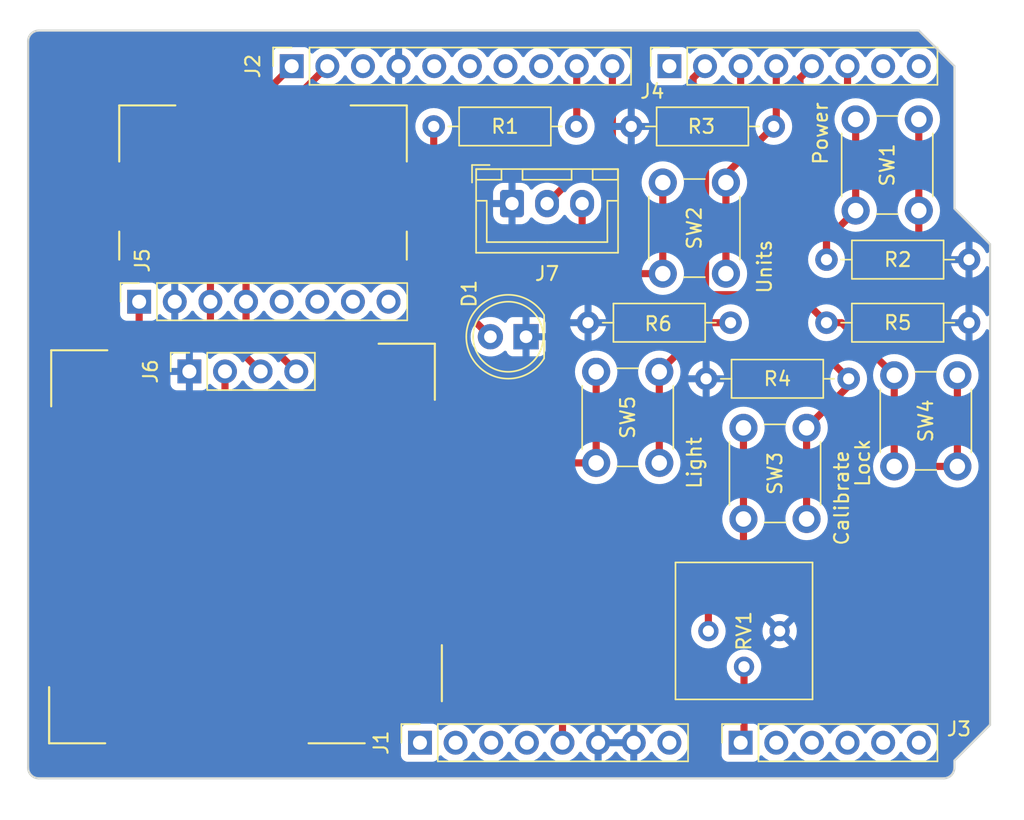
<source format=kicad_pcb>
(kicad_pcb (version 20240108) (generator "pcbnew") (generator_version "8.0")
  (title_block (date "mar. 31 mars 2015"))
  (layers (0 "F.Cu" signal) (31 "B.Cu" power) (34 "B.Paste" user) (35 "F.Paste" user) (36 "B.SilkS" user "B.Silkscreen") (37 "F.SilkS" user "F.Silkscreen") (38 "B.Mask" user) (39 "F.Mask" user) (44 "Edge.Cuts" user))
  (net 0 "")
  (net 1 "GND")
  (net 2 "+5V")
  (net 3 "/IOREF")
  (net 4 "/A1")
  (net 5 "/A2")
  (net 6 "/A3")
  (net 7 "/SDA{slash}A4")
  (net 8 "/SCL{slash}A5")
  (net 9 "/13")
  (net 10 "/12")
  (net 11 "/AREF")
  (net 12 "/7")
  (net 13 "/*11")
  (net 14 "/*10")
  (net 15 "/TX{slash}1")
  (net 16 "/RX{slash}0")
  (net 17 "+3V3")
  (net 18 "VCC")
  (net 19 "/~{RESET}")
  (net 20 "/I2C_SCL")
  (net 21 "/I2C_SDA")
  (net 22 "/button_onoff")
  (net 23 "/button_lock")
  (net 24 "/button_light")
  (net 25 "/button_units")
  (net 26 "/button_cal")
  (net 27 "Net-(D1-A)")
  (net 28 "/led_light")
  (net 29 "/temp_sensor")
  (net 35 "/temp_digital")
  (footprint "Connector_PinSocket_2.54mm:PinSocket_1x08_P2.54mm_Vertical" (layer "F.Cu") (at 127.94 97.46 90)
    (property "Reference" "J1" (at 0 -2.77 90) (layer "F.SilkS"))
    (property "Value" "Power")
    (fp_line (start 1.33 -1.33) (end 1.33 0) (stroke (width 0.12)) (layer "F.SilkS"))
    (fp_line (start 0 -1.33) (end 1.33 -1.33) (stroke (width 0.12)) (layer "F.SilkS"))
    (fp_line (start 1.33 1.27) (end 1.33 19.11) (stroke (width 0.12)) (layer "F.SilkS"))
    (fp_line (start -1.33 1.27) (end 1.33 1.27) (stroke (width 0.12)) (layer "F.SilkS"))
    (fp_line (start -1.33 1.27) (end -1.33 19.11) (stroke (width 0.12)) (layer "F.SilkS"))
    (fp_line (start -1.33 19.11) (end 1.33 19.11) (stroke (width 0.12)) (layer "F.SilkS"))
    (pad "1" thru_hole rect (at 0 0 90) (size 1.7 1.7) (drill 1) (layers "*.Cu" "*.Mask"))
    (pad "2" thru_hole oval (at 0 2.54 90) (size 1.7 1.7) (drill 1) (layers "*.Cu" "*.Mask") (net 3 "/IOREF"))
    (pad "3" thru_hole oval (at 0 5.08 90) (size 1.7 1.7) (drill 1) (layers "*.Cu" "*.Mask") (net 19 "/~{RESET}"))
    (pad "4" thru_hole oval (at 0 7.62 90) (size 1.7 1.7) (drill 1) (layers "*.Cu" "*.Mask") (net 17 "+3V3"))
    (pad "5" thru_hole oval (at 0 10.16 90) (size 1.7 1.7) (drill 1) (layers "*.Cu" "*.Mask") (net 2 "+5V"))
    (pad "6" thru_hole oval (at 0 12.7 90) (size 1.7 1.7) (drill 1) (layers "*.Cu" "*.Mask") (net 1 "GND"))
    (pad "7" thru_hole oval (at 0 15.24 90) (size 1.7 1.7) (drill 1) (layers "*.Cu" "*.Mask") (net 1 "GND"))
    (pad "8" thru_hole oval (at 0 17.78 90) (size 1.7 1.7) (drill 1) (layers "*.Cu" "*.Mask") (net 18 "VCC"))
  )
  (footprint "Connector_PinSocket_2.54mm:PinSocket_1x06_P2.54mm_Vertical" (layer "F.Cu") (at 150.8 97.46 90)
    (property "Reference" "J3" (at 0.98 15.56 180) (layer "F.SilkS"))
    (property "Value" "Analog")
    (fp_line (start 1.33 -1.33) (end 1.33 0) (stroke (width 0.12)) (layer "F.SilkS"))
    (fp_line (start 0 -1.33) (end 1.33 -1.33) (stroke (width 0.12)) (layer "F.SilkS"))
    (fp_line (start 1.33 1.27) (end 1.33 14.03) (stroke (width 0.12)) (layer "F.SilkS"))
    (fp_line (start -1.33 1.27) (end 1.33 1.27) (stroke (width 0.12)) (layer "F.SilkS"))
    (fp_line (start -1.33 1.27) (end -1.33 14.03) (stroke (width 0.12)) (layer "F.SilkS"))
    (fp_line (start -1.33 14.03) (end 1.33 14.03) (stroke (width 0.12)) (layer "F.SilkS"))
    (pad "1" thru_hole rect (at 0 0 90) (size 1.7 1.7) (drill 1) (layers "*.Cu" "*.Mask") (net 29 "/temp_sensor"))
    (pad "2" thru_hole oval (at 0 2.54 90) (size 1.7 1.7) (drill 1) (layers "*.Cu" "*.Mask") (net 4 "/A1"))
    (pad "3" thru_hole oval (at 0 5.08 90) (size 1.7 1.7) (drill 1) (layers "*.Cu" "*.Mask") (net 5 "/A2"))
    (pad "4" thru_hole oval (at 0 7.62 90) (size 1.7 1.7) (drill 1) (layers "*.Cu" "*.Mask") (net 6 "/A3"))
    (pad "5" thru_hole oval (at 0 10.16 90) (size 1.7 1.7) (drill 1) (layers "*.Cu" "*.Mask") (net 7 "/SDA{slash}A4"))
    (pad "6" thru_hole oval (at 0 12.7 90) (size 1.7 1.7) (drill 1) (layers "*.Cu" "*.Mask") (net 8 "/SCL{slash}A5"))
  )
  (footprint "Connector_PinSocket_2.54mm:PinSocket_1x10_P2.54mm_Vertical" (layer "F.Cu") (at 118.796 49.2 90)
    (property "Reference" "J2" (at 0 -2.77 90) (layer "F.SilkS"))
    (property "Value" "Digital/PWM")
    (fp_line (start 1.33 -1.33) (end 1.33 0) (stroke (width 0.12)) (layer "F.SilkS"))
    (fp_line (start 0 -1.33) (end 1.33 -1.33) (stroke (width 0.12)) (layer "F.SilkS"))
    (fp_line (start 1.33 1.27) (end 1.33 24.19) (stroke (width 0.12)) (layer "F.SilkS"))
    (fp_line (start -1.33 1.27) (end 1.33 1.27) (stroke (width 0.12)) (layer "F.SilkS"))
    (fp_line (start -1.33 1.27) (end -1.33 24.19) (stroke (width 0.12)) (layer "F.SilkS"))
    (fp_line (start -1.33 24.19) (end 1.33 24.19) (stroke (width 0.12)) (layer "F.SilkS"))
    (pad "1" thru_hole rect (at 0 0 90) (size 1.7 1.7) (drill 1) (layers "*.Cu" "*.Mask") (net 20 "/I2C_SCL"))
    (pad "2" thru_hole oval (at 0 2.54 90) (size 1.7 1.7) (drill 1) (layers "*.Cu" "*.Mask") (net 21 "/I2C_SDA"))
    (pad "3" thru_hole oval (at 0 5.08 90) (size 1.7 1.7) (drill 1) (layers "*.Cu" "*.Mask") (net 11 "/AREF"))
    (pad "4" thru_hole oval (at 0 7.62 90) (size 1.7 1.7) (drill 1) (layers "*.Cu" "*.Mask") (net 1 "GND"))
    (pad "5" thru_hole oval (at 0 10.16 90) (size 1.7 1.7) (drill 1) (layers "*.Cu" "*.Mask") (net 9 "/13"))
    (pad "6" thru_hole oval (at 0 12.7 90) (size 1.7 1.7) (drill 1) (layers "*.Cu" "*.Mask") (net 10 "/12"))
    (pad "7" thru_hole oval (at 0 15.24 90) (size 1.7 1.7) (drill 1) (layers "*.Cu" "*.Mask") (net 13 "/*11"))
    (pad "8" thru_hole oval (at 0 17.78 90) (size 1.7 1.7) (drill 1) (layers "*.Cu" "*.Mask") (net 14 "/*10"))
    (pad "9" thru_hole oval (at 0 20.32 90) (size 1.7 1.7) (drill 1) (layers "*.Cu" "*.Mask") (net 28 "/led_light"))
    (pad "10" thru_hole oval (at 0 22.86 90) (size 1.7 1.7) (drill 1) (layers "*.Cu" "*.Mask") (net 35 "/temp_digital"))
  )
  (footprint "Connector_PinSocket_2.54mm:PinSocket_1x08_P2.54mm_Vertical" (layer "F.Cu") (at 145.72 49.2 90)
    (property "Reference" "J4" (at -1.8 -1.22 180) (layer "F.SilkS"))
    (property "Value" "Digital/PWM")
    (fp_line (start 1.33 -1.33) (end 1.33 0) (stroke (width 0.12)) (layer "F.SilkS"))
    (fp_line (start 0 -1.33) (end 1.33 -1.33) (stroke (width 0.12)) (layer "F.SilkS"))
    (fp_line (start 1.33 1.27) (end 1.33 19.11) (stroke (width 0.12)) (layer "F.SilkS"))
    (fp_line (start -1.33 1.27) (end 1.33 1.27) (stroke (width 0.12)) (layer "F.SilkS"))
    (fp_line (start -1.33 1.27) (end -1.33 19.11) (stroke (width 0.12)) (layer "F.SilkS"))
    (fp_line (start -1.33 19.11) (end 1.33 19.11) (stroke (width 0.12)) (layer "F.SilkS"))
    (pad "1" thru_hole rect (at 0 0 90) (size 1.7 1.7) (drill 1) (layers "*.Cu" "*.Mask") (net 12 "/7"))
    (pad "2" thru_hole oval (at 0 2.54 90) (size 1.7 1.7) (drill 1) (layers "*.Cu" "*.Mask") (net 24 "/button_light"))
    (pad "3" thru_hole oval (at 0 5.08 90) (size 1.7 1.7) (drill 1) (layers "*.Cu" "*.Mask") (net 26 "/button_cal"))
    (pad "4" thru_hole oval (at 0 7.62 90) (size 1.7 1.7) (drill 1) (layers "*.Cu" "*.Mask") (net 25 "/button_units"))
    (pad "5" thru_hole oval (at 0 10.16 90) (size 1.7 1.7) (drill 1) (layers "*.Cu" "*.Mask") (net 23 "/button_lock"))
    (pad "6" thru_hole oval (at 0 12.7 90) (size 1.7 1.7) (drill 1) (layers "*.Cu" "*.Mask") (net 22 "/button_onoff"))
    (pad "7" thru_hole oval (at 0 15.24 90) (size 1.7 1.7) (drill 1) (layers "*.Cu" "*.Mask") (net 15 "/TX{slash}1"))
    (pad "8" thru_hole oval (at 0 17.78 90) (size 1.7 1.7) (drill 1) (layers "*.Cu" "*.Mask") (net 16 "/RX{slash}0"))
  )
  (footprint "Button_Switch_THT:SW_PUSH_6mm" (layer "F.Cu") (at 161.75 77.75 90)
    (property "Reference" "SW4" (at 3.25 2.25 90) (layer "F.SilkS"))
    (property "Value" "SW_SPST")
    (fp_line (start 5.5 -1) (end 1 -1) (stroke (width 0.12)) (layer "F.SilkS"))
    (fp_line (start -0.25 1.5) (end -0.25 3) (stroke (width 0.12)) (layer "F.SilkS"))
    (fp_line (start 6.75 3) (end 6.75 1.5) (stroke (width 0.12)) (layer "F.SilkS"))
    (fp_line (start 1 5.5) (end 5.5 5.5) (stroke (width 0.12)) (layer "F.SilkS"))
    (pad "1" thru_hole circle (at 0 0 180) (size 2 2) (drill 1.1) (layers "*.Cu" "*.Mask") (net 23 "/button_lock"))
    (pad "1" thru_hole circle (at 6.5 0 180) (size 2 2) (drill 1.1) (layers "*.Cu" "*.Mask") (net 23 "/button_lock"))
    (pad "2" thru_hole circle (at 0 4.5 180) (size 2 2) (drill 1.1) (layers "*.Cu" "*.Mask") (net 2 "+5V"))
    (pad "2" thru_hole circle (at 6.5 4.5 180) (size 2 2) (drill 1.1) (layers "*.Cu" "*.Mask") (net 2 "+5V"))
  )
  (footprint "LED_THT:LED_D5.0mm" (layer "F.Cu") (at 135.5 68.5 180)
    (property "Reference" "D1" (at 4.05 3.07 90) (layer "F.SilkS"))
    (property "Value" "LED")
    (fp_line (start -1.29 -1.545) (end -1.29 1.545) (stroke (width 0.12)) (layer "F.SilkS"))
    (fp_arc (start 4.26 -0.000462) (mid 2.072002 2.880433) (end -1.29 1.54483) (stroke (width 0.12)) (layer "F.SilkS"))
    (fp_arc (start -1.29 -1.54483) (mid 2.072002 -2.880433) (end 4.26 0.000462) (stroke (width 0.12)) (layer "F.SilkS"))
    (fp_circle (center 1.27 0) (end 3.77 0) (stroke (width 0.12)) (fill none) (layer "F.SilkS"))
    (pad "1" thru_hole rect (at 0 0 180) (size 1.8 1.8) (drill 0.9) (layers "*.Cu" "*.Mask") (net 1 "GND"))
    (pad "2" thru_hole circle (at 2.54 0 180) (size 1.8 1.8) (drill 0.9) (layers "*.Cu" "*.Mask") (net 27 "Net-(D1-A)"))
  )
  (footprint "Button_Switch_THT:SW_PUSH_6mm" (layer "F.Cu") (at 145 71 -90)
    (property "Reference" "SW5" (at 3.25 2.25 90) (layer "F.SilkS"))
    (property "Value" "SW_SPST")
    (fp_line (start 1 5.5) (end 5.5 5.5) (stroke (width 0.12)) (layer "F.SilkS"))
    (fp_line (start 6.75 3) (end 6.75 1.5) (stroke (width 0.12)) (layer "F.SilkS"))
    (fp_line (start -0.25 1.5) (end -0.25 3) (stroke (width 0.12)) (layer "F.SilkS"))
    (fp_line (start 5.5 -1) (end 1 -1) (stroke (width 0.12)) (layer "F.SilkS"))
    (pad "1" thru_hole circle (at 0 0) (size 2 2) (drill 1.1) (layers "*.Cu" "*.Mask") (net 24 "/button_light"))
    (pad "1" thru_hole circle (at 6.5 0) (size 2 2) (drill 1.1) (layers "*.Cu" "*.Mask") (net 24 "/button_light"))
    (pad "2" thru_hole circle (at 0 4.5) (size 2 2) (drill 1.1) (layers "*.Cu" "*.Mask") (net 2 "+5V"))
    (pad "2" thru_hole circle (at 6.5 4.5) (size 2 2) (drill 1.1) (layers "*.Cu" "*.Mask") (net 2 "+5V"))
  )
  (footprint "Button_Switch_THT:SW_PUSH_6mm" (layer "F.Cu") (at 149.75 57.5 -90)
    (property "Reference" "SW2" (at 3.25 2.25 90) (layer "F.SilkS"))
    (property "Value" "SW_SPST")
    (fp_line (start 1 5.5) (end 5.5 5.5) (stroke (width 0.12)) (layer "F.SilkS"))
    (fp_line (start 6.75 3) (end 6.75 1.5) (stroke (width 0.12)) (layer "F.SilkS"))
    (fp_line (start -0.25 1.5) (end -0.25 3) (stroke (width 0.12)) (layer "F.SilkS"))
    (fp_line (start 5.5 -1) (end 1 -1) (stroke (width 0.12)) (layer "F.SilkS"))
    (pad "1" thru_hole circle (at 0 0) (size 2 2) (drill 1.1) (layers "*.Cu" "*.Mask") (net 25 "/button_units"))
    (pad "1" thru_hole circle (at 6.5 0) (size 2 2) (drill 1.1) (layers "*.Cu" "*.Mask") (net 25 "/button_units"))
    (pad "2" thru_hole circle (at 0 4.5) (size 2 2) (drill 1.1) (layers "*.Cu" "*.Mask") (net 2 "+5V"))
    (pad "2" thru_hole circle (at 6.5 4.5) (size 2 2) (drill 1.1) (layers "*.Cu" "*.Mask") (net 2 "+5V"))
  )
  (footprint "Resistor_THT:R_Axial_DIN0207_L6.3mm_D2.5mm_P10.16mm_Horizontal" (layer "F.Cu") (at 158.5 71.5 180)
    (property "Reference" "R4" (at 5.08 0 0) (layer "F.SilkS"))
    (property "Value" "100k")
    (fp_line (start 9.12 0) (end 8.35 0) (stroke (width 0.12)) (layer "F.SilkS"))
    (fp_line (start 8.35 1.37) (end 8.35 -1.37) (stroke (width 0.12)) (layer "F.SilkS"))
    (fp_line (start 8.35 -1.37) (end 1.81 -1.37) (stroke (width 0.12)) (layer "F.SilkS"))
    (fp_line (start 1.81 1.37) (end 8.35 1.37) (stroke (width 0.12)) (layer "F.SilkS"))
    (fp_line (start 1.81 -1.37) (end 1.81 1.37) (stroke (width 0.12)) (layer "F.SilkS"))
    (fp_line (start 1.04 0) (end 1.81 0) (stroke (width 0.12)) (layer "F.SilkS"))
    (pad "1" thru_hole circle (at 0 0 180) (size 1.6 1.6) (drill 0.8) (layers "*.Cu" "*.Mask") (net 26 "/button_cal"))
    (pad "2" thru_hole oval (at 10.16 0 180) (size 1.6 1.6) (drill 0.8) (layers "*.Cu" "*.Mask") (net 1 "GND"))
  )
  (footprint "Resistor_THT:R_Axial_DIN0207_L6.3mm_D2.5mm_P10.16mm_Horizontal" (layer "F.Cu") (at 139.08 53.5 180)
    (property "Reference" "R1" (at 5.08 0 0) (layer "F.SilkS"))
    (property "Value" "1k")
    (fp_line (start 9.12 0) (end 8.35 0) (stroke (width 0.12)) (layer "F.SilkS"))
    (fp_line (start 8.35 1.37) (end 8.35 -1.37) (stroke (width 0.12)) (layer "F.SilkS"))
    (fp_line (start 8.35 -1.37) (end 1.81 -1.37) (stroke (width 0.12)) (layer "F.SilkS"))
    (fp_line (start 1.81 1.37) (end 8.35 1.37) (stroke (width 0.12)) (layer "F.SilkS"))
    (fp_line (start 1.81 -1.37) (end 1.81 1.37) (stroke (width 0.12)) (layer "F.SilkS"))
    (fp_line (start 1.04 0) (end 1.81 0) (stroke (width 0.12)) (layer "F.SilkS"))
    (pad "1" thru_hole circle (at 0 0 180) (size 1.6 1.6) (drill 0.8) (layers "*.Cu" "*.Mask") (net 28 "/led_light"))
    (pad "2" thru_hole oval (at 10.16 0 180) (size 1.6 1.6) (drill 0.8) (layers "*.Cu" "*.Mask") (net 27 "Net-(D1-A)"))
  )
  (footprint "Button_Switch_THT:SW_PUSH_6mm" (layer "F.Cu") (at 155.5 75 -90)
    (property "Reference" "SW3" (at 3.25 2.25 90) (layer "F.SilkS"))
    (property "Value" "SW_SPST")
    (fp_line (start 1 5.5) (end 5.5 5.5) (stroke (width 0.12)) (layer "F.SilkS"))
    (fp_line (start 6.75 3) (end 6.75 1.5) (stroke (width 0.12)) (layer "F.SilkS"))
    (fp_line (start -0.25 1.5) (end -0.25 3) (stroke (width 0.12)) (layer "F.SilkS"))
    (fp_line (start 5.5 -1) (end 1 -1) (stroke (width 0.12)) (layer "F.SilkS"))
    (pad "1" thru_hole circle (at 0 0) (size 2 2) (drill 1.1) (layers "*.Cu" "*.Mask") (net 26 "/button_cal"))
    (pad "1" thru_hole circle (at 6.5 0) (size 2 2) (drill 1.1) (layers "*.Cu" "*.Mask") (net 26 "/button_cal"))
    (pad "2" thru_hole circle (at 0 4.5) (size 2 2) (drill 1.1) (layers "*.Cu" "*.Mask") (net 2 "+5V"))
    (pad "2" thru_hole circle (at 6.5 4.5) (size 2 2) (drill 1.1) (layers "*.Cu" "*.Mask") (net 2 "+5V"))
  )
  (footprint "Connector_PinSocket_2.54mm:PinSocket_1x04_P2.54mm_Vertical" (layer "F.Cu") (at 111.5 70.975 90)
    (property "Reference" "J6" (at 0 -2.77 90) (layer "F.SilkS"))
    (property "Value" "CONN_DISPLAY")
    (fp_line (start 1.33 -1.33) (end 1.33 0) (stroke (width 0.12)) (layer "F.SilkS"))
    (fp_line (start 0 -1.33) (end 1.33 -1.33) (stroke (width 0.12)) (layer "F.SilkS"))
    (fp_line (start 1.33 1.27) (end 1.33 8.95) (stroke (width 0.12)) (layer "F.SilkS"))
    (fp_line (start -1.33 1.27) (end 1.33 1.27) (stroke (width 0.12)) (layer "F.SilkS"))
    (fp_line (start -1.33 1.27) (end -1.33 8.95) (stroke (width 0.12)) (layer "F.SilkS"))
    (fp_line (start -1.33 8.95) (end 1.33 8.95) (stroke (width 0.12)) (layer "F.SilkS"))
    (pad "1" thru_hole rect (at 0 0 90) (size 1.7 1.7) (drill 1) (layers "*.Cu" "*.Mask") (net 1 "GND"))
    (pad "2" thru_hole oval (at 0 2.54 90) (size 1.7 1.7) (drill 1) (layers "*.Cu" "*.Mask") (net 2 "+5V"))
    (pad "3" thru_hole oval (at 0 5.08 90) (size 1.7 1.7) (drill 1) (layers "*.Cu" "*.Mask") (net 20 "/I2C_SCL"))
    (pad "4" thru_hole oval (at 0 7.62 90) (size 1.7 1.7) (drill 1) (layers "*.Cu" "*.Mask") (net 21 "/I2C_SDA"))
  )
  (footprint "Button_Switch_THT:SW_PUSH_6mm" (layer "F.Cu") (at 159 59.5 90)
    (property "Reference" "SW1" (at 3.25 2.25 90) (layer "F.SilkS"))
    (property "Value" "SW_SPST")
    (fp_line (start 5.5 -1) (end 1 -1) (stroke (width 0.12)) (layer "F.SilkS"))
    (fp_line (start -0.25 1.5) (end -0.25 3) (stroke (width 0.12)) (layer "F.SilkS"))
    (fp_line (start 6.75 3) (end 6.75 1.5) (stroke (width 0.12)) (layer "F.SilkS"))
    (fp_line (start 1 5.5) (end 5.5 5.5) (stroke (width 0.12)) (layer "F.SilkS"))
    (pad "1" thru_hole circle (at 0 0 180) (size 2 2) (drill 1.1) (layers "*.Cu" "*.Mask") (net 22 "/button_onoff"))
    (pad "1" thru_hole circle (at 6.5 0 180) (size 2 2) (drill 1.1) (layers "*.Cu" "*.Mask") (net 22 "/button_onoff"))
    (pad "2" thru_hole circle (at 0 4.5 180) (size 2 2) (drill 1.1) (layers "*.Cu" "*.Mask") (net 2 "+5V"))
    (pad "2" thru_hole circle (at 6.5 4.5 180) (size 2 2) (drill 1.1) (layers "*.Cu" "*.Mask") (net 2 "+5V"))
  )
  (footprint "Resistor_THT:R_Axial_DIN0207_L6.3mm_D2.5mm_P10.16mm_Horizontal" (layer "F.Cu") (at 156.92 67.5)
    (property "Reference" "R5" (at 5.08 0 0) (layer "F.SilkS"))
    (property "Value" "100k")
    (fp_line (start 1.04 0) (end 1.81 0) (stroke (width 0.12)) (layer "F.SilkS"))
    (fp_line (start 1.81 -1.37) (end 1.81 1.37) (stroke (width 0.12)) (layer "F.SilkS"))
    (fp_line (start 1.81 1.37) (end 8.35 1.37) (stroke (width 0.12)) (layer "F.SilkS"))
    (fp_line (start 8.35 -1.37) (end 1.81 -1.37) (stroke (width 0.12)) (layer "F.SilkS"))
    (fp_line (start 8.35 1.37) (end 8.35 -1.37) (stroke (width 0.12)) (layer "F.SilkS"))
    (fp_line (start 9.12 0) (end 8.35 0) (stroke (width 0.12)) (layer "F.SilkS"))
    (pad "1" thru_hole circle (at 0 0) (size 1.6 1.6) (drill 0.8) (layers "*.Cu" "*.Mask") (net 23 "/button_lock"))
    (pad "2" thru_hole oval (at 10.16 0) (size 1.6 1.6) (drill 0.8) (layers "*.Cu" "*.Mask") (net 1 "GND"))
  )
  (footprint "Resistor_THT:R_Axial_DIN0207_L6.3mm_D2.5mm_P10.16mm_Horizontal" (layer "F.Cu") (at 156.92 63)
    (property "Reference" "R2" (at 5.08 0 0) (layer "F.SilkS"))
    (property "Value" "100k")
    (fp_line (start 1.04 0) (end 1.81 0) (stroke (width 0.12)) (layer "F.SilkS"))
    (fp_line (start 1.81 -1.37) (end 1.81 1.37) (stroke (width 0.12)) (layer "F.SilkS"))
    (fp_line (start 1.81 1.37) (end 8.35 1.37) (stroke (width 0.12)) (layer "F.SilkS"))
    (fp_line (start 8.35 -1.37) (end 1.81 -1.37) (stroke (width 0.12)) (layer "F.SilkS"))
    (fp_line (start 8.35 1.37) (end 8.35 -1.37) (stroke (width 0.12)) (layer "F.SilkS"))
    (fp_line (start 9.12 0) (end 8.35 0) (stroke (width 0.12)) (layer "F.SilkS"))
    (pad "1" thru_hole circle (at 0 0) (size 1.6 1.6) (drill 0.8) (layers "*.Cu" "*.Mask") (net 22 "/button_onoff"))
    (pad "2" thru_hole oval (at 10.16 0) (size 1.6 1.6) (drill 0.8) (layers "*.Cu" "*.Mask") (net 1 "GND"))
  )
  (footprint "Connector_JST:JST_XH_B3B-XH-A_1x03_P2.50mm_Vertical" (layer "F.Cu") (at 134.5 59)
    (property "Reference" "J7" (at 2.5 5 0) (layer "F.SilkS"))
    (property "Value" "Conn_Temp")
    (fp_line (start -2.85 -2.75) (end -2.85 -1.5) (stroke (width 0.12)) (layer "F.SilkS"))
    (fp_line (start -2.56 -2.46) (end -2.56 3.51) (stroke (width 0.12)) (layer "F.SilkS"))
    (fp_line (start -2.56 3.51) (end 7.56 3.51) (stroke (width 0.12)) (layer "F.SilkS"))
    (fp_line (start -2.55 -2.45) (end -2.55 -1.7) (stroke (width 0.12)) (layer "F.SilkS"))
    (fp_line (start -2.55 -1.7) (end -0.75 -1.7) (stroke (width 0.12)) (layer "F.SilkS"))
    (fp_line (start -2.55 -0.2) (end -1.8 -0.2) (stroke (width 0.12)) (layer "F.SilkS"))
    (fp_line (start -1.8 -0.2) (end -1.8 2.75) (stroke (width 0.12)) (layer "F.SilkS"))
    (fp_line (start -1.8 2.75) (end 2.5 2.75) (stroke (width 0.12)) (layer "F.SilkS"))
    (fp_line (start -1.6 -2.75) (end -2.85 -2.75) (stroke (width 0.12)) (layer "F.SilkS"))
    (fp_line (start -0.75 -2.45) (end -2.55 -2.45) (stroke (width 0.12)) (layer "F.SilkS"))
    (fp_line (start -0.75 -1.7) (end -0.75 -2.45) (stroke (width 0.12)) (layer "F.SilkS"))
    (fp_line (start 0.75 -2.45) (end 0.75 -1.7) (stroke (width 0.12)) (layer "F.SilkS"))
    (fp_line (start 0.75 -1.7) (end 4.25 -1.7) (stroke (width 0.12)) (layer "F.SilkS"))
    (fp_line (start 4.25 -2.45) (end 0.75 -2.45) (stroke (width 0.12)) (layer "F.SilkS"))
    (fp_line (start 4.25 -1.7) (end 4.25 -2.45) (stroke (width 0.12)) (layer "F.SilkS"))
    (fp_line (start 5.75 -2.45) (end 5.75 -1.7) (stroke (width 0.12)) (layer "F.SilkS"))
    (fp_line (start 5.75 -1.7) (end 7.55 -1.7) (stroke (width 0.12)) (layer "F.SilkS"))
    (fp_line (start 6.8 -0.2) (end 6.8 2.75) (stroke (width 0.12)) (layer "F.SilkS"))
    (fp_line (start 6.8 2.75) (end 2.5 2.75) (stroke (width 0.12)) (layer "F.SilkS"))
    (fp_line (start 7.55 -2.45) (end 5.75 -2.45) (stroke (width 0.12)) (layer "F.SilkS"))
    (fp_line (start 7.55 -1.7) (end 7.55 -2.45) (stroke (width 0.12)) (layer "F.SilkS"))
    (fp_line (start 7.55 -0.2) (end 6.8 -0.2) (stroke (width 0.12)) (layer "F.SilkS"))
    (fp_line (start 7.56 -2.46) (end -2.56 -2.46) (stroke (width 0.12)) (layer "F.SilkS"))
    (fp_line (start 7.56 3.51) (end 7.56 -2.46) (stroke (width 0.12)) (layer "F.SilkS"))
    (pad "1" thru_hole roundrect (at 0 0) (size 1.7 1.95) (drill 0.95) (layers "*.Cu" "*.Mask") (roundrect_rratio 0.147059) (net 1 "GND"))
    (pad "2" thru_hole oval (at 2.5 0) (size 1.7 1.95) (drill 0.95) (layers "*.Cu" "*.Mask") (net 35 "/temp_digital"))
    (pad "3" thru_hole oval (at 5 0) (size 1.7 1.95) (drill 0.95) (layers "*.Cu" "*.Mask") (net 2 "+5V"))
  )
  (footprint "Potentiometer_THT:Potentiometer_Bourns_3386P_Vertical" (layer "F.Cu") (at 148.5 89.5 -90)
    (property "Reference" "RV1" (at -0.015 -2.54 90) (layer "F.SilkS"))
    (property "Value" "10k")
    (fp_line (start -4.9 2.345) (end 4.87 2.345) (stroke (width 0.12)) (layer "F.SilkS"))
    (fp_line (start -4.9 -7.425) (end -4.9 2.345) (stroke (width 0.12)) (layer "F.SilkS"))
    (fp_line (start -4.9 -7.425) (end 4.87 -7.425) (stroke (width 0.12)) (layer "F.SilkS"))
    (fp_line (start 4.87 -7.425) (end 4.87 2.345) (stroke (width 0.12)) (layer "F.SilkS"))
    (pad "1" thru_hole circle (at 0 0 270) (size 1.44 1.44) (drill 0.8) (layers "*.Cu" "*.Mask") (net 2 "+5V"))
    (pad "2" thru_hole circle (at 2.54 -2.54 270) (size 1.44 1.44) (drill 0.8) (layers "*.Cu" "*.Mask") (net 29 "/temp_sensor"))
    (pad "3" thru_hole circle (at 0 -5.08 270) (size 1.44 1.44) (drill 0.8) (layers "*.Cu" "*.Mask") (net 1 "GND"))
  )
  (footprint "Connector_PinSocket_2.54mm:PinSocket_1x08_P2.54mm_Vertical" (layer "F.Cu") (at 107.92 66 90)
    (property "Reference" "J5" (at 2.94 0.23 90) (layer "F.SilkS"))
    (property "Value" "CONN_GYRO")
    (fp_line (start 1.33 -1.33) (end 1.33 0) (stroke (width 0.12)) (layer "F.SilkS"))
    (fp_line (start 0 -1.33) (end 1.33 -1.33) (stroke (width 0.12)) (layer "F.SilkS"))
    (fp_line (start 1.33 1.27) (end 1.33 19.11) (stroke (width 0.12)) (layer "F.SilkS"))
    (fp_line (start -1.33 1.27) (end 1.33 1.27) (stroke (width 0.12)) (layer "F.SilkS"))
    (fp_line (start -1.33 1.27) (end -1.33 19.11) (stroke (width 0.12)) (layer "F.SilkS"))
    (fp_line (start -1.33 19.11) (end 1.33 19.11) (stroke (width 0.12)) (layer "F.SilkS"))
    (pad "1" thru_hole rect (at 0 0 90) (size 1.7 1.7) (drill 1) (layers "*.Cu" "*.Mask") (net 2 "+5V"))
    (pad "2" thru_hole oval (at 0 2.54 90) (size 1.7 1.7) (drill 1) (layers "*.Cu" "*.Mask") (net 1 "GND"))
    (pad "3" thru_hole oval (at 0 5.08 90) (size 1.7 1.7) (drill 1) (layers "*.Cu" "*.Mask") (net 20 "/I2C_SCL"))
    (pad "4" thru_hole oval (at 0 7.62 90) (size 1.7 1.7) (drill 1) (layers "*.Cu" "*.Mask") (net 21 "/I2C_SDA"))
    (pad "5" thru_hole oval (at 0 10.16 90) (size 1.7 1.7) (drill 1) (layers "*.Cu" "*.Mask"))
    (pad "6" thru_hole oval (at 0 12.7 90) (size 1.7 1.7) (drill 1) (layers "*.Cu" "*.Mask"))
    (pad "7" thru_hole oval (at 0 15.24 90) (size 1.7 1.7) (drill 1) (layers "*.Cu" "*.Mask"))
    (pad "8" thru_hole oval (at 0 17.78 90) (size 1.7 1.7) (drill 1) (layers "*.Cu" "*.Mask"))
  )
  (footprint "Resistor_THT:R_Axial_DIN0207_L6.3mm_D2.5mm_P10.16mm_Horizontal" (layer "F.Cu") (at 150.08 67.5 180)
    (property "Reference" "R6" (at 5.16 -0.08 0) (layer "F.SilkS"))
    (property "Value" "100k")
    (fp_line (start 9.12 0) (end 8.35 0) (stroke (width 0.12)) (layer "F.SilkS"))
    (fp_line (start 8.35 1.37) (end 8.35 -1.37) (stroke (width 0.12)) (layer "F.SilkS"))
    (fp_line (start 8.35 -1.37) (end 1.81 -1.37) (stroke (width 0.12)) (layer "F.SilkS"))
    (fp_line (start 1.81 1.37) (end 8.35 1.37) (stroke (width 0.12)) (layer "F.SilkS"))
    (fp_line (start 1.81 -1.37) (end 1.81 1.37) (stroke (width 0.12)) (layer "F.SilkS"))
    (fp_line (start 1.04 0) (end 1.81 0) (stroke (width 0.12)) (layer "F.SilkS"))
    (pad "1" thru_hole circle (at 0 0 180) (size 1.6 1.6) (drill 0.8) (layers "*.Cu" "*.Mask") (net 24 "/button_light"))
    (pad "2" thru_hole oval (at 10.16 0 180) (size 1.6 1.6) (drill 0.8) (layers "*.Cu" "*.Mask") (net 1 "GND"))
  )
  (footprint "Resistor_THT:R_Axial_DIN0207_L6.3mm_D2.5mm_P10.16mm_Horizontal" (layer "F.Cu") (at 153.16 53.5 180)
    (property "Reference" "R3" (at 5.16 0 0) (layer "F.SilkS"))
    (property "Value" "100k")
    (fp_line (start 9.12 0) (end 8.35 0) (stroke (width 0.12)) (layer "F.SilkS"))
    (fp_line (start 8.35 1.37) (end 8.35 -1.37) (stroke (width 0.12)) (layer "F.SilkS"))
    (fp_line (start 8.35 -1.37) (end 1.81 -1.37) (stroke (width 0.12)) (layer "F.SilkS"))
    (fp_line (start 1.81 1.37) (end 8.35 1.37) (stroke (width 0.12)) (layer "F.SilkS"))
    (fp_line (start 1.81 -1.37) (end 1.81 1.37) (stroke (width 0.12)) (layer "F.SilkS"))
    (fp_line (start 1.04 0) (end 1.81 0) (stroke (width 0.12)) (layer "F.SilkS"))
    (pad "1" thru_hole circle (at 0 0 180) (size 1.6 1.6) (drill 0.8) (layers "*.Cu" "*.Mask") (net 25 "/button_units"))
    (pad "2" thru_hole oval (at 10.16 0 180) (size 1.6 1.6) (drill 0.8) (layers "*.Cu" "*.Mask") (net 1 "GND"))
  )
  (gr_line (start 101.65 69.465) (end 105.65 69.465) (stroke (width 0.15)) (layer "F.SilkS"))
  (gr_line (start 106.5 61) (end 106.5 63) (stroke (width 0.15)) (layer "F.SilkS"))
  (gr_line (start 129.5 90.5) (end 129.5 94.5) (stroke (width 0.15)) (layer "F.SilkS"))
  (gr_line (start 127 52) (end 127 56) (stroke (width 0.15)) (layer "F.SilkS"))
  (gr_line (start 106.5 52) (end 106.5 56) (stroke (width 0.15)) (layer "F.SilkS"))
  (gr_line (start 127 61) (end 127 63) (stroke (width 0.15)) (layer "F.SilkS"))
  (gr_line (start 101.5 97.5) (end 101.5 93.5) (stroke (width 0.15)) (layer "F.SilkS"))
  (gr_line (start 120 97.5) (end 124 97.5) (stroke (width 0.15)) (layer "F.SilkS"))
  (gr_line (start 101.65 69.465) (end 101.65 73.465) (stroke (width 0.15)) (layer "F.SilkS"))
  (gr_line (start 129 69) (end 125 69) (stroke (width 0.15)) (layer "F.SilkS"))
  (gr_line (start 127 52) (end 123 52) (stroke (width 0.15)) (layer "F.SilkS"))
  (gr_line (start 106.5 52) (end 110.5 52) (stroke (width 0.15)) (layer "F.SilkS"))
  (gr_line (start 101.5 93.5) (end 101.5 97.5) (stroke (width 0.15)) (layer "F.SilkS"))
  (gr_line (start 101.5 97.5) (end 105.5 97.5) (stroke (width 0.15)) (layer "F.SilkS"))
  (gr_line (start 125 69) (end 129 69) (stroke (width 0.15)) (layer "F.SilkS"))
  (gr_line (start 129 69) (end 129 73) (stroke (width 0.15)) (layer "F.SilkS"))
  (gr_line (start 166.04 59.36) (end 168.58 61.9) (stroke (width 0.15)) (layer "Edge.Cuts"))
  (gr_line (start 100 99.238) (end 100 47.422) (stroke (width 0.15)) (layer "Edge.Cuts"))
  (gr_line (start 168.58 61.9) (end 168.58 96.19) (stroke (width 0.15)) (layer "Edge.Cuts"))
  (gr_line (start 165.278 100) (end 100.762 100) (stroke (width 0.15)) (layer "Edge.Cuts"))
  (gr_line (start 100.762 46.66) (end 163.5 46.66) (stroke (width 0.15)) (layer "Edge.Cuts"))
  (gr_arc (start 100.762 100) (mid 100.223185 99.776815) (end 100 99.238) (stroke (width 0.15)) (layer "Edge.Cuts"))
  (gr_line (start 168.58 96.19) (end 166.04 98.73) (stroke (width 0.15)) (layer "Edge.Cuts"))
  (gr_line (start 163.5 46.66) (end 166.04 49.2) (stroke (width 0.15)) (layer "Edge.Cuts"))
  (gr_arc (start 166.04 99.238) (mid 165.816815 99.776815) (end 165.278 100) (stroke (width 0.15)) (layer "Edge.Cuts"))
  (gr_line (start 166.04 49.2) (end 166.04 59.36) (stroke (width 0.15)) (layer "Edge.Cuts"))
  (gr_line (start 166.04 98.73) (end 166.04 99.238) (stroke (width 0.15)) (layer "Edge.Cuts"))
  (gr_arc (start 100 47.422) (mid 100.223185 46.883185) (end 100.762 46.66) (stroke (width 0.15)) (layer "Edge.Cuts"))
  (gr_text "Calibrate" (at 158 80 90) (layer "F.SilkS") (effects (font (size 1 1))))
  (gr_text "Power" (at 156.5 54 90) (layer "F.SilkS") (effects (font (size 1 1))))
  (gr_text "Light" (at 147.5 77.5 90) (layer "F.SilkS") (effects (font (size 1 1))))
  (gr_text "Lock" (at 159.5 77.5 90) (layer "F.SilkS") (effects (font (size 1 1))))
  (gr_text "Units" (at 152.5 63.5 90) (layer "F.SilkS") (effects (font (size 1 1))))
  (segment (start 138.1 64.1) (end 138.2 64) (width 0.508) (layer "F.Cu") (net 2))
  (segment (start 148.5 84) (end 148.5 89.5) (width 0.508) (layer "F.Cu") (net 2))
  (segment (start 139 64) (end 143 64) (width 0.508) (layer "F.Cu") (net 2))
  (segment (start 114 75) (end 109 75) (width 0.508) (layer "F.Cu") (net 2))
  (segment (start 139.5 63.5) (end 139.5 59) (width 0.508) (layer "F.Cu") (net 2))
  (segment (start 153 84) (end 162.5 84) (width 0.508) (layer "F.Cu") (net 2))
  (segment (start 139 64) (end 139.5 63.5) (width 0.508) (layer "F.Cu") (net 2))
  (segment (start 114.04 74.96) (end 114.04 70.975) (width 0.508) (layer "F.Cu") (net 2))
  (segment (start 150 84) (end 148.5 84) (width 0.508) (layer "F.Cu") (net 2))
  (segment (start 138.2 64) (end 139 64) (width 0.508) (layer "F.Cu") (net 2))
  (segment (start 162.5 84) (end 163.5 83) (width 0.508) (layer "F.Cu") (net 2))
  (segment (start 114 75) (end 114.04 74.96) (width 0.508) (layer "F.Cu") (net 2))
  (segment (start 140.5 77.5) (end 140.5 71) (width 0.508) (layer "F.Cu") (net 2))
  (segment (start 109 75) (end 107.92 73.92) (width 0.508) (layer "F.Cu") (net 2))
  (segment (start 163.5 59.5) (end 163.5 78) (width 0.508) (layer "F.Cu") (net 2))
  (segment (start 163.5 59.5) (end 163.5 53) (width 0.508) (layer "F.Cu") (net 2))
  (segment (start 151 84) (end 150 84) (width 0.508) (layer "F.Cu") (net 2))
  (segment (start 138.1 97.46) (end 138.1 64.1) (width 0.508) (layer "F.Cu") (net 2))
  (segment (start 107.92 73.92) (end 107.92 66) (width 0.508) (layer "F.Cu") (net 2))
  (segment (start 145.25 64) (end 145.25 57.5) (width 0.508) (layer "F.Cu") (net 2))
  (segment (start 138 75) (end 114 75) (width 0.508) (layer "F.Cu") (net 2))
  (segment (start 148.5 84) (end 138.1 84) (width 0.508) (layer "F.Cu") (net 2))
  (segment (start 163.75 77.75) (end 166.25 77.75) (width 0.508) (layer "F.Cu") (net 2))
  (segment (start 151 84) (end 151 75) (width 0.508) (layer "F.Cu") (net 2))
  (segment (start 153 84) (end 151 84) (width 0.508) (layer "F.Cu") (net 2))
  (segment (start 138.5 77.5) (end 140.5 77.5) (width 0.508) (layer "F.Cu") (net 2))
  (segment (start 143 64) (end 145.25 64) (width 0.508) (layer "F.Cu") (net 2))
  (segment (start 163.5 83) (end 163.5 78) (width 0.508) (layer "F.Cu") (net 2))
  (segment (start 163.5 78) (end 163.75 77.75) (width 0.508) (layer "F.Cu") (net 2))
  (segment (start 166.25 77.75) (end 166.25 71.25) (width 0.508) (layer "F.Cu") (net 2))
  (segment (start 113 54.996) (end 113 66) (width 0.508) (layer "F.Cu") (net 20))
  (segment (start 116.58 70.975) (end 113 67.395) (width 0.508) (layer "F.Cu") (net 20))
  (segment (start 118.796 49.2) (end 113 54.996) (width 0.508) (layer "F.Cu") (net 20))
  (segment (start 113 67.395) (end 113 66) (width 0.508) (layer "F.Cu") (net 20))
  (segment (start 115.5 55.5) (end 115.54 55.54) (width 0.508) (layer "F.Cu") (net 21))
  (segment (start 115.5 55.036) (end 115.5 55.5) (width 0.508) (layer "F.Cu") (net 21))
  (segment (start 115.54 66) (end 115.54 67.395) (width 0.508) (layer "F.Cu") (net 21))
  (segment (start 115.54 55.54) (end 115.54 66) (width 0.508) (layer "F.Cu") (net 21))
  (segment (start 115.54 67.395) (end 119.12 70.975) (width 0.508) (layer "F.Cu") (net 21))
  (segment (start 121.336 49.2) (end 115.5 55.036) (width 0.508) (layer "F.Cu") (net 21))
  (segment (start 159 53) (end 159 59.5) (width 0.508) (layer "F.Cu") (net 22))
  (segment (start 158.42 49.2) (end 158.42 51.08) (width 0.508) (layer "F.Cu") (net 22))
  (segment (start 158.42 51.08) (end 156.92 52.58) (width 0.508) (layer "F.Cu") (net 22))
  (segment (start 156.92 61.58) (end 159 59.5) (width 0.508) (layer "F.Cu") (net 22))
  (segment (start 156.92 63) (end 156.92 61.58) (width 0.508) (layer "F.Cu") (net 22))
  (segment (start 156.92 52.58) (end 156.92 63) (width 0.508) (layer "F.Cu") (net 22))
  (segment (start 155.03 65.61) (end 156.92 67.5) (width 0.508) (layer "F.Cu") (net 23))
  (segment (start 161.75 71.25) (end 161.75 77.75) (width 0.508) (layer "F.Cu") (net 23))
  (segment (start 158 67.5) (end 161.75 71.25) (width 0.508) (layer "F.Cu") (net 23))
  (segment (start 155.03 50.05) (end 155.03 65.61) (width 0.508) (layer "F.Cu") (net 23))
  (segment (start 156.92 67.5) (end 158 67.5) (width 0.508) (layer "F.Cu") (net 23))
  (segment (start 155.88 49.2) (end 155.03 50.05) (width 0.508) (layer "F.Cu") (net 23))
  (segment (start 147.41 50.05) (end 147.41 66.41) (width 0.508) (layer "F.Cu") (net 24))
  (segment (start 148.5 67.5) (end 145 71) (width 0.508) (layer "F.Cu") (net 24))
  (segment (start 147.41 66.41) (end 148.5 67.5) (width 0.508) (layer "F.Cu") (net 24))
  (segment (start 150.08 67.5) (end 148.5 67.5) (width 0.508) (layer "F.Cu") (net 24))
  (segment (start 145 71) (end 145 77.5) (width 0.508) (layer "F.Cu") (net 24))
  (segment (start 148.26 49.2) (end 147.41 50.05) (width 0.508) (layer "F.Cu") (net 24))
  (segment (start 153.34 49.2) (end 153.34 53.32) (width 0.508) (layer "F.Cu") (net 25))
  (segment (start 149.75 57.5) (end 149.75 64) (width 0.508) (layer "F.Cu") (net 25))
  (segment (start 153.16 53.5) (end 149.75 56.91) (width 0.508) (layer "F.Cu") (net 25))
  (segment (start 149.75 56.91) (end 149.75 57.5) (width 0.508) (layer "F.Cu") (net 25))
  (segment (start 153.34 53.32) (end 153.16 53.5) (width 0.508) (layer "F.Cu") (net 25))
  (segment (start 158.5 71.5) (end 158.5 72) (width 0.508) (layer "F.Cu") (net 26))
  (segment (start 150.8 49.2) (end 150.8 53.7) (width 0.508) (layer "F.Cu") (net 26))
  (segment (start 158.5 72) (end 155.5 75) (width 0.508) (layer "F.Cu") (net 26))
  (segment (start 150.8 53.7) (end 148.296 56.204) (width 0.508) (layer "F.Cu") (net 26))
  (segment (start 155.5 75) (end 155.5 81.5) (width 0.508) (layer "F.Cu") (net 26))
  (segment (start 148.296 65.296) (end 148.5 65.5) (width 0.508) (layer "F.Cu") (net 26))
  (segment (start 152.5 65.5) (end 158.5 71.5) (width 0.508) (layer "F.Cu") (net 26))
  (segment (start 148.296 56.204) (end 148.296 65.296) (width 0.508) (layer "F.Cu") (net 26))
  (segment (start 148.5 65.5) (end 152.5 65.5) (width 0.508) (layer "F.Cu") (net 26))
  (segment (start 128.92 53.5) (end 128.92 64.46) (width 0.508) (layer "F.Cu") (net 27))
  (segment (start 128.92 64.46) (end 132.96 68.5) (width 0.508) (layer "F.Cu") (net 27))
  (segment (start 139 49.316) (end 139.116 49.2) (width 0.508) (layer "F.Cu") (net 28))
  (segment (start 139.116 49.2) (end 139.116 53.464) (width 0.508) (layer "F.Cu") (net 28))
  (segment (start 139.116 53.464) (end 139.08 53.5) (width 0.508) (layer "F.Cu") (net 28))
  (segment (start 151.04 92.04) (end 151.04 97.22) (width 0.508) (layer "F.Cu") (net 29))
  (segment (start 151.04 97.22) (end 150.8 97.46) (width 0.508) (layer "F.Cu") (net 29))
  (segment (start 141.656 54.344) (end 137 59) (width 0.508) (layer "F.Cu") (net 35))
  (segment (start 141.656 49.2) (end 141.656 54.344) (width 0.508) (layer "F.Cu") (net 35))
  (zone (net 1) (net_name "GND") (layer "B.Cu") (connect_pads (clearance 0.508)) (min_thickness 0.25) (fill yes (thermal_gap 0.5) (thermal_bridge_width 0.5))
    (polygon (pts (xy 98 45) (xy 171 45) (xy 170.5 103) (xy 98 103)))
  )
)
</source>
